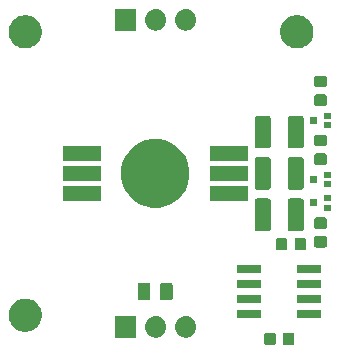
<source format=gbr>
G04 #@! TF.GenerationSoftware,KiCad,Pcbnew,5.1.4-e60b266~84~ubuntu18.04.1*
G04 #@! TF.CreationDate,2019-11-06T20:36:44-07:00*
G04 #@! TF.ProjectId,cob_5x5_lowpower,636f625f-3578-4355-9f6c-6f77706f7765,rev?*
G04 #@! TF.SameCoordinates,Original*
G04 #@! TF.FileFunction,Soldermask,Top*
G04 #@! TF.FilePolarity,Negative*
%FSLAX46Y46*%
G04 Gerber Fmt 4.6, Leading zero omitted, Abs format (unit mm)*
G04 Created by KiCad (PCBNEW 5.1.4-e60b266~84~ubuntu18.04.1) date 2019-11-06 20:36:44*
%MOMM*%
%LPD*%
G04 APERTURE LIST*
%ADD10C,0.100000*%
G04 APERTURE END LIST*
D10*
G36*
X126629591Y-128478085D02*
G01*
X126663569Y-128488393D01*
X126694890Y-128505134D01*
X126722339Y-128527661D01*
X126744866Y-128555110D01*
X126761607Y-128586431D01*
X126771915Y-128620409D01*
X126776000Y-128661890D01*
X126776000Y-129338110D01*
X126771915Y-129379591D01*
X126761607Y-129413569D01*
X126744866Y-129444890D01*
X126722339Y-129472339D01*
X126694890Y-129494866D01*
X126663569Y-129511607D01*
X126629591Y-129521915D01*
X126588110Y-129526000D01*
X125986890Y-129526000D01*
X125945409Y-129521915D01*
X125911431Y-129511607D01*
X125880110Y-129494866D01*
X125852661Y-129472339D01*
X125830134Y-129444890D01*
X125813393Y-129413569D01*
X125803085Y-129379591D01*
X125799000Y-129338110D01*
X125799000Y-128661890D01*
X125803085Y-128620409D01*
X125813393Y-128586431D01*
X125830134Y-128555110D01*
X125852661Y-128527661D01*
X125880110Y-128505134D01*
X125911431Y-128488393D01*
X125945409Y-128478085D01*
X125986890Y-128474000D01*
X126588110Y-128474000D01*
X126629591Y-128478085D01*
X126629591Y-128478085D01*
G37*
G36*
X125054591Y-128478085D02*
G01*
X125088569Y-128488393D01*
X125119890Y-128505134D01*
X125147339Y-128527661D01*
X125169866Y-128555110D01*
X125186607Y-128586431D01*
X125196915Y-128620409D01*
X125201000Y-128661890D01*
X125201000Y-129338110D01*
X125196915Y-129379591D01*
X125186607Y-129413569D01*
X125169866Y-129444890D01*
X125147339Y-129472339D01*
X125119890Y-129494866D01*
X125088569Y-129511607D01*
X125054591Y-129521915D01*
X125013110Y-129526000D01*
X124411890Y-129526000D01*
X124370409Y-129521915D01*
X124336431Y-129511607D01*
X124305110Y-129494866D01*
X124277661Y-129472339D01*
X124255134Y-129444890D01*
X124238393Y-129413569D01*
X124228085Y-129379591D01*
X124224000Y-129338110D01*
X124224000Y-128661890D01*
X124228085Y-128620409D01*
X124238393Y-128586431D01*
X124255134Y-128555110D01*
X124277661Y-128527661D01*
X124305110Y-128505134D01*
X124336431Y-128488393D01*
X124370409Y-128478085D01*
X124411890Y-128474000D01*
X125013110Y-128474000D01*
X125054591Y-128478085D01*
X125054591Y-128478085D01*
G37*
G36*
X117690443Y-127105519D02*
G01*
X117756627Y-127112037D01*
X117926466Y-127163557D01*
X118082991Y-127247222D01*
X118097764Y-127259346D01*
X118220186Y-127359814D01*
X118303448Y-127461271D01*
X118332778Y-127497009D01*
X118416443Y-127653534D01*
X118467963Y-127823373D01*
X118485359Y-128000000D01*
X118467963Y-128176627D01*
X118416443Y-128346466D01*
X118332778Y-128502991D01*
X118312532Y-128527661D01*
X118220186Y-128640186D01*
X118125063Y-128718250D01*
X118082991Y-128752778D01*
X117926466Y-128836443D01*
X117756627Y-128887963D01*
X117690443Y-128894481D01*
X117624260Y-128901000D01*
X117535740Y-128901000D01*
X117469557Y-128894481D01*
X117403373Y-128887963D01*
X117233534Y-128836443D01*
X117077009Y-128752778D01*
X117034937Y-128718250D01*
X116939814Y-128640186D01*
X116847468Y-128527661D01*
X116827222Y-128502991D01*
X116743557Y-128346466D01*
X116692037Y-128176627D01*
X116674641Y-128000000D01*
X116692037Y-127823373D01*
X116743557Y-127653534D01*
X116827222Y-127497009D01*
X116856552Y-127461271D01*
X116939814Y-127359814D01*
X117062236Y-127259346D01*
X117077009Y-127247222D01*
X117233534Y-127163557D01*
X117403373Y-127112037D01*
X117469557Y-127105519D01*
X117535740Y-127099000D01*
X117624260Y-127099000D01*
X117690443Y-127105519D01*
X117690443Y-127105519D01*
G37*
G36*
X115150443Y-127105519D02*
G01*
X115216627Y-127112037D01*
X115386466Y-127163557D01*
X115542991Y-127247222D01*
X115557764Y-127259346D01*
X115680186Y-127359814D01*
X115763448Y-127461271D01*
X115792778Y-127497009D01*
X115876443Y-127653534D01*
X115927963Y-127823373D01*
X115945359Y-128000000D01*
X115927963Y-128176627D01*
X115876443Y-128346466D01*
X115792778Y-128502991D01*
X115772532Y-128527661D01*
X115680186Y-128640186D01*
X115585063Y-128718250D01*
X115542991Y-128752778D01*
X115386466Y-128836443D01*
X115216627Y-128887963D01*
X115150443Y-128894481D01*
X115084260Y-128901000D01*
X114995740Y-128901000D01*
X114929557Y-128894481D01*
X114863373Y-128887963D01*
X114693534Y-128836443D01*
X114537009Y-128752778D01*
X114494937Y-128718250D01*
X114399814Y-128640186D01*
X114307468Y-128527661D01*
X114287222Y-128502991D01*
X114203557Y-128346466D01*
X114152037Y-128176627D01*
X114134641Y-128000000D01*
X114152037Y-127823373D01*
X114203557Y-127653534D01*
X114287222Y-127497009D01*
X114316552Y-127461271D01*
X114399814Y-127359814D01*
X114522236Y-127259346D01*
X114537009Y-127247222D01*
X114693534Y-127163557D01*
X114863373Y-127112037D01*
X114929557Y-127105519D01*
X114995740Y-127099000D01*
X115084260Y-127099000D01*
X115150443Y-127105519D01*
X115150443Y-127105519D01*
G37*
G36*
X113401000Y-128901000D02*
G01*
X111599000Y-128901000D01*
X111599000Y-127099000D01*
X113401000Y-127099000D01*
X113401000Y-128901000D01*
X113401000Y-128901000D01*
G37*
G36*
X104259338Y-125623138D02*
G01*
X104408657Y-125652839D01*
X104498412Y-125690017D01*
X104663621Y-125758449D01*
X104663622Y-125758450D01*
X104893086Y-125911772D01*
X105088228Y-126106914D01*
X105190675Y-126260237D01*
X105241551Y-126336379D01*
X105303415Y-126485733D01*
X105344580Y-126585111D01*
X105347161Y-126591344D01*
X105401000Y-126862012D01*
X105401000Y-127137988D01*
X105347161Y-127408656D01*
X105241551Y-127663621D01*
X105241550Y-127663622D01*
X105088228Y-127893086D01*
X104893086Y-128088228D01*
X104760790Y-128176625D01*
X104663621Y-128241551D01*
X104514267Y-128303415D01*
X104408657Y-128347161D01*
X104318433Y-128365107D01*
X104137988Y-128401000D01*
X103862012Y-128401000D01*
X103681567Y-128365107D01*
X103591343Y-128347161D01*
X103485733Y-128303415D01*
X103336379Y-128241551D01*
X103239210Y-128176625D01*
X103106914Y-128088228D01*
X102911772Y-127893086D01*
X102758450Y-127663622D01*
X102758449Y-127663621D01*
X102652839Y-127408656D01*
X102599000Y-127137988D01*
X102599000Y-126862012D01*
X102652839Y-126591344D01*
X102655421Y-126585111D01*
X102696585Y-126485733D01*
X102758449Y-126336379D01*
X102809325Y-126260237D01*
X102911772Y-126106914D01*
X103106914Y-125911772D01*
X103336378Y-125758450D01*
X103336379Y-125758449D01*
X103501588Y-125690017D01*
X103591343Y-125652839D01*
X103740662Y-125623138D01*
X103862012Y-125599000D01*
X104137988Y-125599000D01*
X104259338Y-125623138D01*
X104259338Y-125623138D01*
G37*
G36*
X123899867Y-126532004D02*
G01*
X123923292Y-126539110D01*
X123944889Y-126550654D01*
X123963814Y-126566186D01*
X123979346Y-126585111D01*
X123990890Y-126606708D01*
X123997996Y-126630133D01*
X124001000Y-126660638D01*
X124001000Y-127149362D01*
X123997996Y-127179867D01*
X123990890Y-127203292D01*
X123979346Y-127224889D01*
X123963814Y-127243814D01*
X123944889Y-127259346D01*
X123923292Y-127270890D01*
X123899867Y-127277996D01*
X123869362Y-127281000D01*
X122055638Y-127281000D01*
X122025133Y-127277996D01*
X122001708Y-127270890D01*
X121980111Y-127259346D01*
X121961186Y-127243814D01*
X121945654Y-127224889D01*
X121934110Y-127203292D01*
X121927004Y-127179867D01*
X121924000Y-127149362D01*
X121924000Y-126660638D01*
X121927004Y-126630133D01*
X121934110Y-126606708D01*
X121945654Y-126585111D01*
X121961186Y-126566186D01*
X121980111Y-126550654D01*
X122001708Y-126539110D01*
X122025133Y-126532004D01*
X122055638Y-126529000D01*
X123869362Y-126529000D01*
X123899867Y-126532004D01*
X123899867Y-126532004D01*
G37*
G36*
X128974867Y-126532004D02*
G01*
X128998292Y-126539110D01*
X129019889Y-126550654D01*
X129038814Y-126566186D01*
X129054346Y-126585111D01*
X129065890Y-126606708D01*
X129072996Y-126630133D01*
X129076000Y-126660638D01*
X129076000Y-127149362D01*
X129072996Y-127179867D01*
X129065890Y-127203292D01*
X129054346Y-127224889D01*
X129038814Y-127243814D01*
X129019889Y-127259346D01*
X128998292Y-127270890D01*
X128974867Y-127277996D01*
X128944362Y-127281000D01*
X127130638Y-127281000D01*
X127100133Y-127277996D01*
X127076708Y-127270890D01*
X127055111Y-127259346D01*
X127036186Y-127243814D01*
X127020654Y-127224889D01*
X127009110Y-127203292D01*
X127002004Y-127179867D01*
X126999000Y-127149362D01*
X126999000Y-126660638D01*
X127002004Y-126630133D01*
X127009110Y-126606708D01*
X127020654Y-126585111D01*
X127036186Y-126566186D01*
X127055111Y-126550654D01*
X127076708Y-126539110D01*
X127100133Y-126532004D01*
X127130638Y-126529000D01*
X128944362Y-126529000D01*
X128974867Y-126532004D01*
X128974867Y-126532004D01*
G37*
G36*
X123899867Y-125262004D02*
G01*
X123923292Y-125269110D01*
X123944889Y-125280654D01*
X123963814Y-125296186D01*
X123979346Y-125315111D01*
X123990890Y-125336708D01*
X123997996Y-125360133D01*
X124001000Y-125390638D01*
X124001000Y-125879362D01*
X123997996Y-125909867D01*
X123990890Y-125933292D01*
X123979346Y-125954889D01*
X123963814Y-125973814D01*
X123944889Y-125989346D01*
X123923292Y-126000890D01*
X123899867Y-126007996D01*
X123869362Y-126011000D01*
X122055638Y-126011000D01*
X122025133Y-126007996D01*
X122001708Y-126000890D01*
X121980111Y-125989346D01*
X121961186Y-125973814D01*
X121945654Y-125954889D01*
X121934110Y-125933292D01*
X121927004Y-125909867D01*
X121924000Y-125879362D01*
X121924000Y-125390638D01*
X121927004Y-125360133D01*
X121934110Y-125336708D01*
X121945654Y-125315111D01*
X121961186Y-125296186D01*
X121980111Y-125280654D01*
X122001708Y-125269110D01*
X122025133Y-125262004D01*
X122055638Y-125259000D01*
X123869362Y-125259000D01*
X123899867Y-125262004D01*
X123899867Y-125262004D01*
G37*
G36*
X128974867Y-125262004D02*
G01*
X128998292Y-125269110D01*
X129019889Y-125280654D01*
X129038814Y-125296186D01*
X129054346Y-125315111D01*
X129065890Y-125336708D01*
X129072996Y-125360133D01*
X129076000Y-125390638D01*
X129076000Y-125879362D01*
X129072996Y-125909867D01*
X129065890Y-125933292D01*
X129054346Y-125954889D01*
X129038814Y-125973814D01*
X129019889Y-125989346D01*
X128998292Y-126000890D01*
X128974867Y-126007996D01*
X128944362Y-126011000D01*
X127130638Y-126011000D01*
X127100133Y-126007996D01*
X127076708Y-126000890D01*
X127055111Y-125989346D01*
X127036186Y-125973814D01*
X127020654Y-125954889D01*
X127009110Y-125933292D01*
X127002004Y-125909867D01*
X126999000Y-125879362D01*
X126999000Y-125390638D01*
X127002004Y-125360133D01*
X127009110Y-125336708D01*
X127020654Y-125315111D01*
X127036186Y-125296186D01*
X127055111Y-125280654D01*
X127076708Y-125269110D01*
X127100133Y-125262004D01*
X127130638Y-125259000D01*
X128944362Y-125259000D01*
X128974867Y-125262004D01*
X128974867Y-125262004D01*
G37*
G36*
X114434468Y-124253565D02*
G01*
X114473138Y-124265296D01*
X114508777Y-124284346D01*
X114540017Y-124309983D01*
X114565654Y-124341223D01*
X114584704Y-124376862D01*
X114596435Y-124415532D01*
X114601000Y-124461888D01*
X114601000Y-125538112D01*
X114596435Y-125584468D01*
X114584704Y-125623138D01*
X114565654Y-125658777D01*
X114540017Y-125690017D01*
X114508777Y-125715654D01*
X114473138Y-125734704D01*
X114434468Y-125746435D01*
X114388112Y-125751000D01*
X113736888Y-125751000D01*
X113690532Y-125746435D01*
X113651862Y-125734704D01*
X113616223Y-125715654D01*
X113584983Y-125690017D01*
X113559346Y-125658777D01*
X113540296Y-125623138D01*
X113528565Y-125584468D01*
X113524000Y-125538112D01*
X113524000Y-124461888D01*
X113528565Y-124415532D01*
X113540296Y-124376862D01*
X113559346Y-124341223D01*
X113584983Y-124309983D01*
X113616223Y-124284346D01*
X113651862Y-124265296D01*
X113690532Y-124253565D01*
X113736888Y-124249000D01*
X114388112Y-124249000D01*
X114434468Y-124253565D01*
X114434468Y-124253565D01*
G37*
G36*
X116309468Y-124253565D02*
G01*
X116348138Y-124265296D01*
X116383777Y-124284346D01*
X116415017Y-124309983D01*
X116440654Y-124341223D01*
X116459704Y-124376862D01*
X116471435Y-124415532D01*
X116476000Y-124461888D01*
X116476000Y-125538112D01*
X116471435Y-125584468D01*
X116459704Y-125623138D01*
X116440654Y-125658777D01*
X116415017Y-125690017D01*
X116383777Y-125715654D01*
X116348138Y-125734704D01*
X116309468Y-125746435D01*
X116263112Y-125751000D01*
X115611888Y-125751000D01*
X115565532Y-125746435D01*
X115526862Y-125734704D01*
X115491223Y-125715654D01*
X115459983Y-125690017D01*
X115434346Y-125658777D01*
X115415296Y-125623138D01*
X115403565Y-125584468D01*
X115399000Y-125538112D01*
X115399000Y-124461888D01*
X115403565Y-124415532D01*
X115415296Y-124376862D01*
X115434346Y-124341223D01*
X115459983Y-124309983D01*
X115491223Y-124284346D01*
X115526862Y-124265296D01*
X115565532Y-124253565D01*
X115611888Y-124249000D01*
X116263112Y-124249000D01*
X116309468Y-124253565D01*
X116309468Y-124253565D01*
G37*
G36*
X123899867Y-123992004D02*
G01*
X123923292Y-123999110D01*
X123944889Y-124010654D01*
X123963814Y-124026186D01*
X123979346Y-124045111D01*
X123990890Y-124066708D01*
X123997996Y-124090133D01*
X124001000Y-124120638D01*
X124001000Y-124609362D01*
X123997996Y-124639867D01*
X123990890Y-124663292D01*
X123979346Y-124684889D01*
X123963814Y-124703814D01*
X123944889Y-124719346D01*
X123923292Y-124730890D01*
X123899867Y-124737996D01*
X123869362Y-124741000D01*
X122055638Y-124741000D01*
X122025133Y-124737996D01*
X122001708Y-124730890D01*
X121980111Y-124719346D01*
X121961186Y-124703814D01*
X121945654Y-124684889D01*
X121934110Y-124663292D01*
X121927004Y-124639867D01*
X121924000Y-124609362D01*
X121924000Y-124120638D01*
X121927004Y-124090133D01*
X121934110Y-124066708D01*
X121945654Y-124045111D01*
X121961186Y-124026186D01*
X121980111Y-124010654D01*
X122001708Y-123999110D01*
X122025133Y-123992004D01*
X122055638Y-123989000D01*
X123869362Y-123989000D01*
X123899867Y-123992004D01*
X123899867Y-123992004D01*
G37*
G36*
X128974867Y-123992004D02*
G01*
X128998292Y-123999110D01*
X129019889Y-124010654D01*
X129038814Y-124026186D01*
X129054346Y-124045111D01*
X129065890Y-124066708D01*
X129072996Y-124090133D01*
X129076000Y-124120638D01*
X129076000Y-124609362D01*
X129072996Y-124639867D01*
X129065890Y-124663292D01*
X129054346Y-124684889D01*
X129038814Y-124703814D01*
X129019889Y-124719346D01*
X128998292Y-124730890D01*
X128974867Y-124737996D01*
X128944362Y-124741000D01*
X127130638Y-124741000D01*
X127100133Y-124737996D01*
X127076708Y-124730890D01*
X127055111Y-124719346D01*
X127036186Y-124703814D01*
X127020654Y-124684889D01*
X127009110Y-124663292D01*
X127002004Y-124639867D01*
X126999000Y-124609362D01*
X126999000Y-124120638D01*
X127002004Y-124090133D01*
X127009110Y-124066708D01*
X127020654Y-124045111D01*
X127036186Y-124026186D01*
X127055111Y-124010654D01*
X127076708Y-123999110D01*
X127100133Y-123992004D01*
X127130638Y-123989000D01*
X128944362Y-123989000D01*
X128974867Y-123992004D01*
X128974867Y-123992004D01*
G37*
G36*
X128974867Y-122722004D02*
G01*
X128998292Y-122729110D01*
X129019889Y-122740654D01*
X129038814Y-122756186D01*
X129054346Y-122775111D01*
X129065890Y-122796708D01*
X129072996Y-122820133D01*
X129076000Y-122850638D01*
X129076000Y-123339362D01*
X129072996Y-123369867D01*
X129065890Y-123393292D01*
X129054346Y-123414889D01*
X129038814Y-123433814D01*
X129019889Y-123449346D01*
X128998292Y-123460890D01*
X128974867Y-123467996D01*
X128944362Y-123471000D01*
X127130638Y-123471000D01*
X127100133Y-123467996D01*
X127076708Y-123460890D01*
X127055111Y-123449346D01*
X127036186Y-123433814D01*
X127020654Y-123414889D01*
X127009110Y-123393292D01*
X127002004Y-123369867D01*
X126999000Y-123339362D01*
X126999000Y-122850638D01*
X127002004Y-122820133D01*
X127009110Y-122796708D01*
X127020654Y-122775111D01*
X127036186Y-122756186D01*
X127055111Y-122740654D01*
X127076708Y-122729110D01*
X127100133Y-122722004D01*
X127130638Y-122719000D01*
X128944362Y-122719000D01*
X128974867Y-122722004D01*
X128974867Y-122722004D01*
G37*
G36*
X123899867Y-122722004D02*
G01*
X123923292Y-122729110D01*
X123944889Y-122740654D01*
X123963814Y-122756186D01*
X123979346Y-122775111D01*
X123990890Y-122796708D01*
X123997996Y-122820133D01*
X124001000Y-122850638D01*
X124001000Y-123339362D01*
X123997996Y-123369867D01*
X123990890Y-123393292D01*
X123979346Y-123414889D01*
X123963814Y-123433814D01*
X123944889Y-123449346D01*
X123923292Y-123460890D01*
X123899867Y-123467996D01*
X123869362Y-123471000D01*
X122055638Y-123471000D01*
X122025133Y-123467996D01*
X122001708Y-123460890D01*
X121980111Y-123449346D01*
X121961186Y-123433814D01*
X121945654Y-123414889D01*
X121934110Y-123393292D01*
X121927004Y-123369867D01*
X121924000Y-123339362D01*
X121924000Y-122850638D01*
X121927004Y-122820133D01*
X121934110Y-122796708D01*
X121945654Y-122775111D01*
X121961186Y-122756186D01*
X121980111Y-122740654D01*
X122001708Y-122729110D01*
X122025133Y-122722004D01*
X122055638Y-122719000D01*
X123869362Y-122719000D01*
X123899867Y-122722004D01*
X123899867Y-122722004D01*
G37*
G36*
X127629591Y-120478085D02*
G01*
X127663569Y-120488393D01*
X127694890Y-120505134D01*
X127722339Y-120527661D01*
X127744866Y-120555110D01*
X127761607Y-120586431D01*
X127771915Y-120620409D01*
X127776000Y-120661890D01*
X127776000Y-121338110D01*
X127771915Y-121379591D01*
X127761607Y-121413569D01*
X127744866Y-121444890D01*
X127722339Y-121472339D01*
X127694890Y-121494866D01*
X127663569Y-121511607D01*
X127629591Y-121521915D01*
X127588110Y-121526000D01*
X126986890Y-121526000D01*
X126945409Y-121521915D01*
X126911431Y-121511607D01*
X126880110Y-121494866D01*
X126852661Y-121472339D01*
X126830134Y-121444890D01*
X126813393Y-121413569D01*
X126803085Y-121379591D01*
X126799000Y-121338110D01*
X126799000Y-120661890D01*
X126803085Y-120620409D01*
X126813393Y-120586431D01*
X126830134Y-120555110D01*
X126852661Y-120527661D01*
X126880110Y-120505134D01*
X126911431Y-120488393D01*
X126945409Y-120478085D01*
X126986890Y-120474000D01*
X127588110Y-120474000D01*
X127629591Y-120478085D01*
X127629591Y-120478085D01*
G37*
G36*
X126054591Y-120478085D02*
G01*
X126088569Y-120488393D01*
X126119890Y-120505134D01*
X126147339Y-120527661D01*
X126169866Y-120555110D01*
X126186607Y-120586431D01*
X126196915Y-120620409D01*
X126201000Y-120661890D01*
X126201000Y-121338110D01*
X126196915Y-121379591D01*
X126186607Y-121413569D01*
X126169866Y-121444890D01*
X126147339Y-121472339D01*
X126119890Y-121494866D01*
X126088569Y-121511607D01*
X126054591Y-121521915D01*
X126013110Y-121526000D01*
X125411890Y-121526000D01*
X125370409Y-121521915D01*
X125336431Y-121511607D01*
X125305110Y-121494866D01*
X125277661Y-121472339D01*
X125255134Y-121444890D01*
X125238393Y-121413569D01*
X125228085Y-121379591D01*
X125224000Y-121338110D01*
X125224000Y-120661890D01*
X125228085Y-120620409D01*
X125238393Y-120586431D01*
X125255134Y-120555110D01*
X125277661Y-120527661D01*
X125305110Y-120505134D01*
X125336431Y-120488393D01*
X125370409Y-120478085D01*
X125411890Y-120474000D01*
X126013110Y-120474000D01*
X126054591Y-120478085D01*
X126054591Y-120478085D01*
G37*
G36*
X129379591Y-120303085D02*
G01*
X129413569Y-120313393D01*
X129444890Y-120330134D01*
X129472339Y-120352661D01*
X129494866Y-120380110D01*
X129511607Y-120411431D01*
X129521915Y-120445409D01*
X129526000Y-120486890D01*
X129526000Y-121088110D01*
X129521915Y-121129591D01*
X129511607Y-121163569D01*
X129494866Y-121194890D01*
X129472339Y-121222339D01*
X129444890Y-121244866D01*
X129413569Y-121261607D01*
X129379591Y-121271915D01*
X129338110Y-121276000D01*
X128661890Y-121276000D01*
X128620409Y-121271915D01*
X128586431Y-121261607D01*
X128555110Y-121244866D01*
X128527661Y-121222339D01*
X128505134Y-121194890D01*
X128488393Y-121163569D01*
X128478085Y-121129591D01*
X128474000Y-121088110D01*
X128474000Y-120486890D01*
X128478085Y-120445409D01*
X128488393Y-120411431D01*
X128505134Y-120380110D01*
X128527661Y-120352661D01*
X128555110Y-120330134D01*
X128586431Y-120313393D01*
X128620409Y-120303085D01*
X128661890Y-120299000D01*
X129338110Y-120299000D01*
X129379591Y-120303085D01*
X129379591Y-120303085D01*
G37*
G36*
X124618604Y-117128347D02*
G01*
X124655144Y-117139432D01*
X124688821Y-117157433D01*
X124718341Y-117181659D01*
X124742567Y-117211179D01*
X124760568Y-117244856D01*
X124771653Y-117281396D01*
X124776000Y-117325538D01*
X124776000Y-119674462D01*
X124771653Y-119718604D01*
X124760568Y-119755144D01*
X124742567Y-119788821D01*
X124718341Y-119818341D01*
X124688821Y-119842567D01*
X124655144Y-119860568D01*
X124618604Y-119871653D01*
X124574462Y-119876000D01*
X123625538Y-119876000D01*
X123581396Y-119871653D01*
X123544856Y-119860568D01*
X123511179Y-119842567D01*
X123481659Y-119818341D01*
X123457433Y-119788821D01*
X123439432Y-119755144D01*
X123428347Y-119718604D01*
X123424000Y-119674462D01*
X123424000Y-117325538D01*
X123428347Y-117281396D01*
X123439432Y-117244856D01*
X123457433Y-117211179D01*
X123481659Y-117181659D01*
X123511179Y-117157433D01*
X123544856Y-117139432D01*
X123581396Y-117128347D01*
X123625538Y-117124000D01*
X124574462Y-117124000D01*
X124618604Y-117128347D01*
X124618604Y-117128347D01*
G37*
G36*
X127418604Y-117128347D02*
G01*
X127455144Y-117139432D01*
X127488821Y-117157433D01*
X127518341Y-117181659D01*
X127542567Y-117211179D01*
X127560568Y-117244856D01*
X127571653Y-117281396D01*
X127576000Y-117325538D01*
X127576000Y-119674462D01*
X127571653Y-119718604D01*
X127560568Y-119755144D01*
X127542567Y-119788821D01*
X127518341Y-119818341D01*
X127488821Y-119842567D01*
X127455144Y-119860568D01*
X127418604Y-119871653D01*
X127374462Y-119876000D01*
X126425538Y-119876000D01*
X126381396Y-119871653D01*
X126344856Y-119860568D01*
X126311179Y-119842567D01*
X126281659Y-119818341D01*
X126257433Y-119788821D01*
X126239432Y-119755144D01*
X126228347Y-119718604D01*
X126224000Y-119674462D01*
X126224000Y-117325538D01*
X126228347Y-117281396D01*
X126239432Y-117244856D01*
X126257433Y-117211179D01*
X126281659Y-117181659D01*
X126311179Y-117157433D01*
X126344856Y-117139432D01*
X126381396Y-117128347D01*
X126425538Y-117124000D01*
X127374462Y-117124000D01*
X127418604Y-117128347D01*
X127418604Y-117128347D01*
G37*
G36*
X129379591Y-118728085D02*
G01*
X129413569Y-118738393D01*
X129444890Y-118755134D01*
X129472339Y-118777661D01*
X129494866Y-118805110D01*
X129511607Y-118836431D01*
X129521915Y-118870409D01*
X129526000Y-118911890D01*
X129526000Y-119513110D01*
X129521915Y-119554591D01*
X129511607Y-119588569D01*
X129494866Y-119619890D01*
X129472339Y-119647339D01*
X129444890Y-119669866D01*
X129413569Y-119686607D01*
X129379591Y-119696915D01*
X129338110Y-119701000D01*
X128661890Y-119701000D01*
X128620409Y-119696915D01*
X128586431Y-119686607D01*
X128555110Y-119669866D01*
X128527661Y-119647339D01*
X128505134Y-119619890D01*
X128488393Y-119588569D01*
X128478085Y-119554591D01*
X128474000Y-119513110D01*
X128474000Y-118911890D01*
X128478085Y-118870409D01*
X128488393Y-118836431D01*
X128505134Y-118805110D01*
X128527661Y-118777661D01*
X128555110Y-118755134D01*
X128586431Y-118738393D01*
X128620409Y-118728085D01*
X128661890Y-118724000D01*
X129338110Y-118724000D01*
X129379591Y-118728085D01*
X129379591Y-118728085D01*
G37*
G36*
X129851000Y-118151000D02*
G01*
X129299000Y-118151000D01*
X129299000Y-117649000D01*
X129851000Y-117649000D01*
X129851000Y-118151000D01*
X129851000Y-118151000D01*
G37*
G36*
X115846189Y-112210483D02*
G01*
X115846192Y-112210484D01*
X115846191Y-112210484D01*
X116374139Y-112429167D01*
X116849280Y-112746646D01*
X117253354Y-113150720D01*
X117570833Y-113625861D01*
X117570834Y-113625863D01*
X117789517Y-114153811D01*
X117901000Y-114714275D01*
X117901000Y-115285725D01*
X117789517Y-115846189D01*
X117571863Y-116371653D01*
X117570833Y-116374139D01*
X117253354Y-116849280D01*
X116849280Y-117253354D01*
X116374139Y-117570833D01*
X116374138Y-117570834D01*
X116374137Y-117570834D01*
X115846189Y-117789517D01*
X115285725Y-117901000D01*
X114714275Y-117901000D01*
X114153811Y-117789517D01*
X113625863Y-117570834D01*
X113625862Y-117570834D01*
X113625861Y-117570833D01*
X113150720Y-117253354D01*
X112746646Y-116849280D01*
X112429167Y-116374139D01*
X112428137Y-116371653D01*
X112210483Y-115846189D01*
X112099000Y-115285725D01*
X112099000Y-114714275D01*
X112210483Y-114153811D01*
X112429166Y-113625863D01*
X112429167Y-113625861D01*
X112746646Y-113150720D01*
X113150720Y-112746646D01*
X113625861Y-112429167D01*
X114153809Y-112210484D01*
X114153808Y-112210484D01*
X114153811Y-112210483D01*
X114714275Y-112099000D01*
X115285725Y-112099000D01*
X115846189Y-112210483D01*
X115846189Y-112210483D01*
G37*
G36*
X128701000Y-117801000D02*
G01*
X128149000Y-117801000D01*
X128149000Y-117199000D01*
X128701000Y-117199000D01*
X128701000Y-117801000D01*
X128701000Y-117801000D01*
G37*
G36*
X110381000Y-117351000D02*
G01*
X107179000Y-117351000D01*
X107179000Y-116049000D01*
X110381000Y-116049000D01*
X110381000Y-117351000D01*
X110381000Y-117351000D01*
G37*
G36*
X122821000Y-117351000D02*
G01*
X119619000Y-117351000D01*
X119619000Y-116049000D01*
X122821000Y-116049000D01*
X122821000Y-117351000D01*
X122821000Y-117351000D01*
G37*
G36*
X129851000Y-117351000D02*
G01*
X129299000Y-117351000D01*
X129299000Y-116849000D01*
X129851000Y-116849000D01*
X129851000Y-117351000D01*
X129851000Y-117351000D01*
G37*
G36*
X127418604Y-113628347D02*
G01*
X127455144Y-113639432D01*
X127488821Y-113657433D01*
X127518341Y-113681659D01*
X127542567Y-113711179D01*
X127560568Y-113744856D01*
X127571653Y-113781396D01*
X127576000Y-113825538D01*
X127576000Y-116174462D01*
X127571653Y-116218604D01*
X127560568Y-116255144D01*
X127542567Y-116288821D01*
X127518341Y-116318341D01*
X127488821Y-116342567D01*
X127455144Y-116360568D01*
X127418604Y-116371653D01*
X127374462Y-116376000D01*
X126425538Y-116376000D01*
X126381396Y-116371653D01*
X126344856Y-116360568D01*
X126311179Y-116342567D01*
X126281659Y-116318341D01*
X126257433Y-116288821D01*
X126239432Y-116255144D01*
X126228347Y-116218604D01*
X126224000Y-116174462D01*
X126224000Y-113825538D01*
X126228347Y-113781396D01*
X126239432Y-113744856D01*
X126257433Y-113711179D01*
X126281659Y-113681659D01*
X126311179Y-113657433D01*
X126344856Y-113639432D01*
X126381396Y-113628347D01*
X126425538Y-113624000D01*
X127374462Y-113624000D01*
X127418604Y-113628347D01*
X127418604Y-113628347D01*
G37*
G36*
X124618604Y-113628347D02*
G01*
X124655144Y-113639432D01*
X124688821Y-113657433D01*
X124718341Y-113681659D01*
X124742567Y-113711179D01*
X124760568Y-113744856D01*
X124771653Y-113781396D01*
X124776000Y-113825538D01*
X124776000Y-116174462D01*
X124771653Y-116218604D01*
X124760568Y-116255144D01*
X124742567Y-116288821D01*
X124718341Y-116318341D01*
X124688821Y-116342567D01*
X124655144Y-116360568D01*
X124618604Y-116371653D01*
X124574462Y-116376000D01*
X123625538Y-116376000D01*
X123581396Y-116371653D01*
X123544856Y-116360568D01*
X123511179Y-116342567D01*
X123481659Y-116318341D01*
X123457433Y-116288821D01*
X123439432Y-116255144D01*
X123428347Y-116218604D01*
X123424000Y-116174462D01*
X123424000Y-113825538D01*
X123428347Y-113781396D01*
X123439432Y-113744856D01*
X123457433Y-113711179D01*
X123481659Y-113681659D01*
X123511179Y-113657433D01*
X123544856Y-113639432D01*
X123581396Y-113628347D01*
X123625538Y-113624000D01*
X124574462Y-113624000D01*
X124618604Y-113628347D01*
X124618604Y-113628347D01*
G37*
G36*
X129851000Y-116151000D02*
G01*
X129299000Y-116151000D01*
X129299000Y-115649000D01*
X129851000Y-115649000D01*
X129851000Y-116151000D01*
X129851000Y-116151000D01*
G37*
G36*
X128701000Y-115801000D02*
G01*
X128149000Y-115801000D01*
X128149000Y-115199000D01*
X128701000Y-115199000D01*
X128701000Y-115801000D01*
X128701000Y-115801000D01*
G37*
G36*
X110381000Y-115651000D02*
G01*
X107179000Y-115651000D01*
X107179000Y-114349000D01*
X110381000Y-114349000D01*
X110381000Y-115651000D01*
X110381000Y-115651000D01*
G37*
G36*
X122821000Y-115651000D02*
G01*
X119619000Y-115651000D01*
X119619000Y-114349000D01*
X122821000Y-114349000D01*
X122821000Y-115651000D01*
X122821000Y-115651000D01*
G37*
G36*
X129851000Y-115351000D02*
G01*
X129299000Y-115351000D01*
X129299000Y-114849000D01*
X129851000Y-114849000D01*
X129851000Y-115351000D01*
X129851000Y-115351000D01*
G37*
G36*
X129379591Y-113303085D02*
G01*
X129413569Y-113313393D01*
X129444890Y-113330134D01*
X129472339Y-113352661D01*
X129494866Y-113380110D01*
X129511607Y-113411431D01*
X129521915Y-113445409D01*
X129526000Y-113486890D01*
X129526000Y-114088110D01*
X129521915Y-114129591D01*
X129511607Y-114163569D01*
X129494866Y-114194890D01*
X129472339Y-114222339D01*
X129444890Y-114244866D01*
X129413569Y-114261607D01*
X129379591Y-114271915D01*
X129338110Y-114276000D01*
X128661890Y-114276000D01*
X128620409Y-114271915D01*
X128586431Y-114261607D01*
X128555110Y-114244866D01*
X128527661Y-114222339D01*
X128505134Y-114194890D01*
X128488393Y-114163569D01*
X128478085Y-114129591D01*
X128474000Y-114088110D01*
X128474000Y-113486890D01*
X128478085Y-113445409D01*
X128488393Y-113411431D01*
X128505134Y-113380110D01*
X128527661Y-113352661D01*
X128555110Y-113330134D01*
X128586431Y-113313393D01*
X128620409Y-113303085D01*
X128661890Y-113299000D01*
X129338110Y-113299000D01*
X129379591Y-113303085D01*
X129379591Y-113303085D01*
G37*
G36*
X110381000Y-113951000D02*
G01*
X107179000Y-113951000D01*
X107179000Y-112649000D01*
X110381000Y-112649000D01*
X110381000Y-113951000D01*
X110381000Y-113951000D01*
G37*
G36*
X122821000Y-113951000D02*
G01*
X119619000Y-113951000D01*
X119619000Y-112649000D01*
X122821000Y-112649000D01*
X122821000Y-113951000D01*
X122821000Y-113951000D01*
G37*
G36*
X124618604Y-110128347D02*
G01*
X124655144Y-110139432D01*
X124688821Y-110157433D01*
X124718341Y-110181659D01*
X124742567Y-110211179D01*
X124760568Y-110244856D01*
X124771653Y-110281396D01*
X124776000Y-110325538D01*
X124776000Y-112674462D01*
X124771653Y-112718604D01*
X124760568Y-112755144D01*
X124742567Y-112788821D01*
X124718341Y-112818341D01*
X124688821Y-112842567D01*
X124655144Y-112860568D01*
X124618604Y-112871653D01*
X124574462Y-112876000D01*
X123625538Y-112876000D01*
X123581396Y-112871653D01*
X123544856Y-112860568D01*
X123511179Y-112842567D01*
X123481659Y-112818341D01*
X123457433Y-112788821D01*
X123439432Y-112755144D01*
X123428347Y-112718604D01*
X123424000Y-112674462D01*
X123424000Y-110325538D01*
X123428347Y-110281396D01*
X123439432Y-110244856D01*
X123457433Y-110211179D01*
X123481659Y-110181659D01*
X123511179Y-110157433D01*
X123544856Y-110139432D01*
X123581396Y-110128347D01*
X123625538Y-110124000D01*
X124574462Y-110124000D01*
X124618604Y-110128347D01*
X124618604Y-110128347D01*
G37*
G36*
X127418604Y-110128347D02*
G01*
X127455144Y-110139432D01*
X127488821Y-110157433D01*
X127518341Y-110181659D01*
X127542567Y-110211179D01*
X127560568Y-110244856D01*
X127571653Y-110281396D01*
X127576000Y-110325538D01*
X127576000Y-112674462D01*
X127571653Y-112718604D01*
X127560568Y-112755144D01*
X127542567Y-112788821D01*
X127518341Y-112818341D01*
X127488821Y-112842567D01*
X127455144Y-112860568D01*
X127418604Y-112871653D01*
X127374462Y-112876000D01*
X126425538Y-112876000D01*
X126381396Y-112871653D01*
X126344856Y-112860568D01*
X126311179Y-112842567D01*
X126281659Y-112818341D01*
X126257433Y-112788821D01*
X126239432Y-112755144D01*
X126228347Y-112718604D01*
X126224000Y-112674462D01*
X126224000Y-110325538D01*
X126228347Y-110281396D01*
X126239432Y-110244856D01*
X126257433Y-110211179D01*
X126281659Y-110181659D01*
X126311179Y-110157433D01*
X126344856Y-110139432D01*
X126381396Y-110128347D01*
X126425538Y-110124000D01*
X127374462Y-110124000D01*
X127418604Y-110128347D01*
X127418604Y-110128347D01*
G37*
G36*
X129379591Y-111728085D02*
G01*
X129413569Y-111738393D01*
X129444890Y-111755134D01*
X129472339Y-111777661D01*
X129494866Y-111805110D01*
X129511607Y-111836431D01*
X129521915Y-111870409D01*
X129526000Y-111911890D01*
X129526000Y-112513110D01*
X129521915Y-112554591D01*
X129511607Y-112588569D01*
X129494866Y-112619890D01*
X129472339Y-112647339D01*
X129444890Y-112669866D01*
X129413569Y-112686607D01*
X129379591Y-112696915D01*
X129338110Y-112701000D01*
X128661890Y-112701000D01*
X128620409Y-112696915D01*
X128586431Y-112686607D01*
X128555110Y-112669866D01*
X128527661Y-112647339D01*
X128505134Y-112619890D01*
X128488393Y-112588569D01*
X128478085Y-112554591D01*
X128474000Y-112513110D01*
X128474000Y-111911890D01*
X128478085Y-111870409D01*
X128488393Y-111836431D01*
X128505134Y-111805110D01*
X128527661Y-111777661D01*
X128555110Y-111755134D01*
X128586431Y-111738393D01*
X128620409Y-111728085D01*
X128661890Y-111724000D01*
X129338110Y-111724000D01*
X129379591Y-111728085D01*
X129379591Y-111728085D01*
G37*
G36*
X129851000Y-111151000D02*
G01*
X129299000Y-111151000D01*
X129299000Y-110649000D01*
X129851000Y-110649000D01*
X129851000Y-111151000D01*
X129851000Y-111151000D01*
G37*
G36*
X128701000Y-110801000D02*
G01*
X128149000Y-110801000D01*
X128149000Y-110199000D01*
X128701000Y-110199000D01*
X128701000Y-110801000D01*
X128701000Y-110801000D01*
G37*
G36*
X129851000Y-110351000D02*
G01*
X129299000Y-110351000D01*
X129299000Y-109849000D01*
X129851000Y-109849000D01*
X129851000Y-110351000D01*
X129851000Y-110351000D01*
G37*
G36*
X129379591Y-108303085D02*
G01*
X129413569Y-108313393D01*
X129444890Y-108330134D01*
X129472339Y-108352661D01*
X129494866Y-108380110D01*
X129511607Y-108411431D01*
X129521915Y-108445409D01*
X129526000Y-108486890D01*
X129526000Y-109088110D01*
X129521915Y-109129591D01*
X129511607Y-109163569D01*
X129494866Y-109194890D01*
X129472339Y-109222339D01*
X129444890Y-109244866D01*
X129413569Y-109261607D01*
X129379591Y-109271915D01*
X129338110Y-109276000D01*
X128661890Y-109276000D01*
X128620409Y-109271915D01*
X128586431Y-109261607D01*
X128555110Y-109244866D01*
X128527661Y-109222339D01*
X128505134Y-109194890D01*
X128488393Y-109163569D01*
X128478085Y-109129591D01*
X128474000Y-109088110D01*
X128474000Y-108486890D01*
X128478085Y-108445409D01*
X128488393Y-108411431D01*
X128505134Y-108380110D01*
X128527661Y-108352661D01*
X128555110Y-108330134D01*
X128586431Y-108313393D01*
X128620409Y-108303085D01*
X128661890Y-108299000D01*
X129338110Y-108299000D01*
X129379591Y-108303085D01*
X129379591Y-108303085D01*
G37*
G36*
X129379591Y-106728085D02*
G01*
X129413569Y-106738393D01*
X129444890Y-106755134D01*
X129472339Y-106777661D01*
X129494866Y-106805110D01*
X129511607Y-106836431D01*
X129521915Y-106870409D01*
X129526000Y-106911890D01*
X129526000Y-107513110D01*
X129521915Y-107554591D01*
X129511607Y-107588569D01*
X129494866Y-107619890D01*
X129472339Y-107647339D01*
X129444890Y-107669866D01*
X129413569Y-107686607D01*
X129379591Y-107696915D01*
X129338110Y-107701000D01*
X128661890Y-107701000D01*
X128620409Y-107696915D01*
X128586431Y-107686607D01*
X128555110Y-107669866D01*
X128527661Y-107647339D01*
X128505134Y-107619890D01*
X128488393Y-107588569D01*
X128478085Y-107554591D01*
X128474000Y-107513110D01*
X128474000Y-106911890D01*
X128478085Y-106870409D01*
X128488393Y-106836431D01*
X128505134Y-106805110D01*
X128527661Y-106777661D01*
X128555110Y-106755134D01*
X128586431Y-106738393D01*
X128620409Y-106728085D01*
X128661890Y-106724000D01*
X129338110Y-106724000D01*
X129379591Y-106728085D01*
X129379591Y-106728085D01*
G37*
G36*
X127318433Y-101634893D02*
G01*
X127408657Y-101652839D01*
X127514267Y-101696585D01*
X127663621Y-101758449D01*
X127663622Y-101758450D01*
X127893086Y-101911772D01*
X128088228Y-102106914D01*
X128134807Y-102176625D01*
X128241551Y-102336379D01*
X128347161Y-102591344D01*
X128401000Y-102862012D01*
X128401000Y-103137988D01*
X128347161Y-103408656D01*
X128241551Y-103663621D01*
X128241550Y-103663622D01*
X128088228Y-103893086D01*
X127893086Y-104088228D01*
X127739763Y-104190675D01*
X127663621Y-104241551D01*
X127514267Y-104303415D01*
X127408657Y-104347161D01*
X127318433Y-104365107D01*
X127137988Y-104401000D01*
X126862012Y-104401000D01*
X126681567Y-104365107D01*
X126591343Y-104347161D01*
X126485733Y-104303415D01*
X126336379Y-104241551D01*
X126260237Y-104190675D01*
X126106914Y-104088228D01*
X125911772Y-103893086D01*
X125758450Y-103663622D01*
X125758449Y-103663621D01*
X125652839Y-103408656D01*
X125599000Y-103137988D01*
X125599000Y-102862012D01*
X125652839Y-102591344D01*
X125758449Y-102336379D01*
X125865193Y-102176625D01*
X125911772Y-102106914D01*
X126106914Y-101911772D01*
X126336378Y-101758450D01*
X126336379Y-101758449D01*
X126485733Y-101696585D01*
X126591343Y-101652839D01*
X126681567Y-101634893D01*
X126862012Y-101599000D01*
X127137988Y-101599000D01*
X127318433Y-101634893D01*
X127318433Y-101634893D01*
G37*
G36*
X104318433Y-101634893D02*
G01*
X104408657Y-101652839D01*
X104514267Y-101696585D01*
X104663621Y-101758449D01*
X104663622Y-101758450D01*
X104893086Y-101911772D01*
X105088228Y-102106914D01*
X105134807Y-102176625D01*
X105241551Y-102336379D01*
X105347161Y-102591344D01*
X105401000Y-102862012D01*
X105401000Y-103137988D01*
X105347161Y-103408656D01*
X105241551Y-103663621D01*
X105241550Y-103663622D01*
X105088228Y-103893086D01*
X104893086Y-104088228D01*
X104739763Y-104190675D01*
X104663621Y-104241551D01*
X104514267Y-104303415D01*
X104408657Y-104347161D01*
X104318433Y-104365107D01*
X104137988Y-104401000D01*
X103862012Y-104401000D01*
X103681567Y-104365107D01*
X103591343Y-104347161D01*
X103485733Y-104303415D01*
X103336379Y-104241551D01*
X103260237Y-104190675D01*
X103106914Y-104088228D01*
X102911772Y-103893086D01*
X102758450Y-103663622D01*
X102758449Y-103663621D01*
X102652839Y-103408656D01*
X102599000Y-103137988D01*
X102599000Y-102862012D01*
X102652839Y-102591344D01*
X102758449Y-102336379D01*
X102865193Y-102176625D01*
X102911772Y-102106914D01*
X103106914Y-101911772D01*
X103336378Y-101758450D01*
X103336379Y-101758449D01*
X103485733Y-101696585D01*
X103591343Y-101652839D01*
X103681567Y-101634893D01*
X103862012Y-101599000D01*
X104137988Y-101599000D01*
X104318433Y-101634893D01*
X104318433Y-101634893D01*
G37*
G36*
X115150442Y-101105518D02*
G01*
X115216627Y-101112037D01*
X115386466Y-101163557D01*
X115542991Y-101247222D01*
X115578729Y-101276552D01*
X115680186Y-101359814D01*
X115763448Y-101461271D01*
X115792778Y-101497009D01*
X115876443Y-101653534D01*
X115927963Y-101823373D01*
X115945359Y-102000000D01*
X115927963Y-102176627D01*
X115876443Y-102346466D01*
X115792778Y-102502991D01*
X115763448Y-102538729D01*
X115680186Y-102640186D01*
X115578729Y-102723448D01*
X115542991Y-102752778D01*
X115386466Y-102836443D01*
X115216627Y-102887963D01*
X115150443Y-102894481D01*
X115084260Y-102901000D01*
X114995740Y-102901000D01*
X114929558Y-102894482D01*
X114863373Y-102887963D01*
X114693534Y-102836443D01*
X114537009Y-102752778D01*
X114501271Y-102723448D01*
X114399814Y-102640186D01*
X114316552Y-102538729D01*
X114287222Y-102502991D01*
X114203557Y-102346466D01*
X114152037Y-102176627D01*
X114134641Y-102000000D01*
X114152037Y-101823373D01*
X114203557Y-101653534D01*
X114287222Y-101497009D01*
X114316552Y-101461271D01*
X114399814Y-101359814D01*
X114501271Y-101276552D01*
X114537009Y-101247222D01*
X114693534Y-101163557D01*
X114863373Y-101112037D01*
X114929558Y-101105518D01*
X114995740Y-101099000D01*
X115084260Y-101099000D01*
X115150442Y-101105518D01*
X115150442Y-101105518D01*
G37*
G36*
X113401000Y-102901000D02*
G01*
X111599000Y-102901000D01*
X111599000Y-101099000D01*
X113401000Y-101099000D01*
X113401000Y-102901000D01*
X113401000Y-102901000D01*
G37*
G36*
X117690442Y-101105518D02*
G01*
X117756627Y-101112037D01*
X117926466Y-101163557D01*
X118082991Y-101247222D01*
X118118729Y-101276552D01*
X118220186Y-101359814D01*
X118303448Y-101461271D01*
X118332778Y-101497009D01*
X118416443Y-101653534D01*
X118467963Y-101823373D01*
X118485359Y-102000000D01*
X118467963Y-102176627D01*
X118416443Y-102346466D01*
X118332778Y-102502991D01*
X118303448Y-102538729D01*
X118220186Y-102640186D01*
X118118729Y-102723448D01*
X118082991Y-102752778D01*
X117926466Y-102836443D01*
X117756627Y-102887963D01*
X117690443Y-102894481D01*
X117624260Y-102901000D01*
X117535740Y-102901000D01*
X117469558Y-102894482D01*
X117403373Y-102887963D01*
X117233534Y-102836443D01*
X117077009Y-102752778D01*
X117041271Y-102723448D01*
X116939814Y-102640186D01*
X116856552Y-102538729D01*
X116827222Y-102502991D01*
X116743557Y-102346466D01*
X116692037Y-102176627D01*
X116674641Y-102000000D01*
X116692037Y-101823373D01*
X116743557Y-101653534D01*
X116827222Y-101497009D01*
X116856552Y-101461271D01*
X116939814Y-101359814D01*
X117041271Y-101276552D01*
X117077009Y-101247222D01*
X117233534Y-101163557D01*
X117403373Y-101112037D01*
X117469558Y-101105518D01*
X117535740Y-101099000D01*
X117624260Y-101099000D01*
X117690442Y-101105518D01*
X117690442Y-101105518D01*
G37*
M02*

</source>
